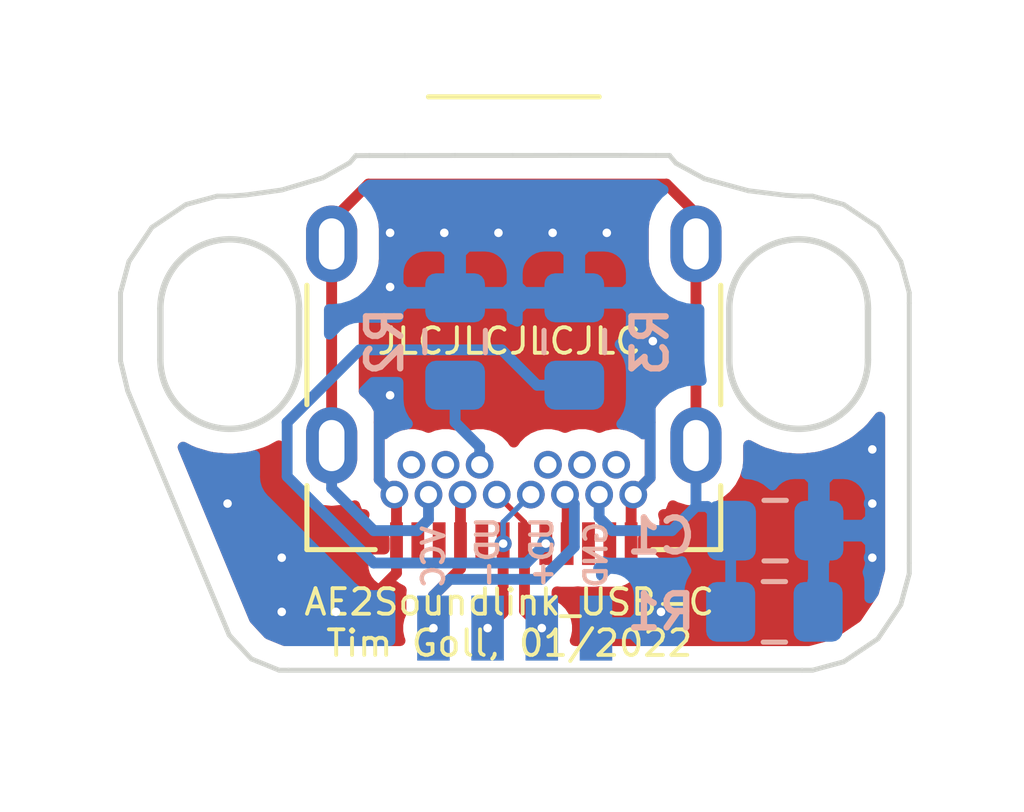
<source format=kicad_pcb>
(kicad_pcb (version 20171130) (host pcbnew "(5.1.6)-1")

  (general
    (thickness 1.6)
    (drawings 72)
    (tracks 95)
    (zones 0)
    (modules 6)
    (nets 10)
  )

  (page A4)
  (layers
    (0 F.Cu signal)
    (31 B.Cu signal)
    (32 B.Adhes user)
    (33 F.Adhes user)
    (34 B.Paste user)
    (35 F.Paste user)
    (36 B.SilkS user)
    (37 F.SilkS user)
    (38 B.Mask user)
    (39 F.Mask user)
    (40 Dwgs.User user)
    (41 Cmts.User user)
    (42 Eco1.User user)
    (43 Eco2.User user)
    (44 Edge.Cuts user)
    (45 Margin user)
    (46 B.CrtYd user)
    (47 F.CrtYd user)
    (48 B.Fab user)
    (49 F.Fab user)
  )

  (setup
    (last_trace_width 0.127)
    (user_trace_width 0.254)
    (user_trace_width 0.508)
    (user_trace_width 0.635)
    (user_trace_width 1.27)
    (trace_clearance 0.127)
    (zone_clearance 0.508)
    (zone_45_only no)
    (trace_min 0.127)
    (via_size 0.4)
    (via_drill 0.2)
    (via_min_size 0.4)
    (via_min_drill 0.2)
    (user_via 0.8 0.4)
    (uvia_size 0.3)
    (uvia_drill 0.1)
    (uvias_allowed no)
    (uvia_min_size 0.2)
    (uvia_min_drill 0.1)
    (edge_width 0.05)
    (segment_width 0.2)
    (pcb_text_width 0.3)
    (pcb_text_size 1.5 1.5)
    (mod_edge_width 0.12)
    (mod_text_size 1 1)
    (mod_text_width 0.15)
    (pad_size 1.524 1.524)
    (pad_drill 0.762)
    (pad_to_mask_clearance 0.05)
    (aux_axis_origin 0 0)
    (visible_elements 7FFFFFFF)
    (pcbplotparams
      (layerselection 0x010fc_ffffffff)
      (usegerberextensions true)
      (usegerberattributes true)
      (usegerberadvancedattributes true)
      (creategerberjobfile false)
      (excludeedgelayer true)
      (linewidth 0.100000)
      (plotframeref false)
      (viasonmask false)
      (mode 1)
      (useauxorigin false)
      (hpglpennumber 1)
      (hpglpenspeed 20)
      (hpglpendiameter 15.000000)
      (psnegative false)
      (psa4output false)
      (plotreference true)
      (plotvalue true)
      (plotinvisibletext false)
      (padsonsilk false)
      (subtractmaskfromsilk true)
      (outputformat 1)
      (mirror false)
      (drillshape 0)
      (scaleselection 1)
      (outputdirectory "gerber/"))
  )

  (net 0 "")
  (net 1 GND)
  (net 2 "Net-(C1-Pad2)")
  (net 3 +5V)
  (net 4 "Net-(J1-PadA5)")
  (net 5 UD+)
  (net 6 UD-)
  (net 7 "Net-(J1-PadA8)")
  (net 8 "Net-(J1-PadB5)")
  (net 9 "Net-(J1-PadB8)")

  (net_class Default "This is the default net class."
    (clearance 0.127)
    (trace_width 0.127)
    (via_dia 0.4)
    (via_drill 0.2)
    (uvia_dia 0.3)
    (uvia_drill 0.1)
    (add_net +5V)
    (add_net GND)
    (add_net "Net-(C1-Pad2)")
    (add_net "Net-(J1-PadA5)")
    (add_net "Net-(J1-PadA8)")
    (add_net "Net-(J1-PadB5)")
    (add_net "Net-(J1-PadB8)")
    (add_net UD+)
    (add_net UD-)
  )

  (module usb_c_receptacle:USB_C_Receptacle_Würth (layer F.Cu) (tedit 61D42A8B) (tstamp 61D4A442)
    (at 161.65 90.06 180)
    (descr "USB TYPE C, RA RCPT PCB, Hybrid, https://www.amphenolcanada.com/StockAvailabilityPrice.aspx?From=&PartNum=12401548E4%7e2A")
    (tags "USB C Type-C Receptacle Hybrid")
    (path /61757BDC)
    (attr smd)
    (fp_text reference J1 (at 0 -6.36) (layer F.SilkS) hide
      (effects (font (size 1 1) (thickness 0.15)))
    )
    (fp_text value "UFP Receptacle (USB2.0)" (at 0 6.14) (layer F.Fab)
      (effects (font (size 1 1) (thickness 0.15)))
    )
    (fp_line (start -5.39 5.73) (end -5.39 -5.87) (layer F.CrtYd) (width 0.05))
    (fp_line (start 5.39 5.73) (end -5.39 5.73) (layer F.CrtYd) (width 0.05))
    (fp_line (start 5.39 -5.87) (end 5.39 5.73) (layer F.CrtYd) (width 0.05))
    (fp_line (start -5.39 -5.87) (end 5.39 -5.87) (layer F.CrtYd) (width 0.05))
    (fp_line (start 4.6 5.23) (end 4.6 -5.22) (layer F.Fab) (width 0.1))
    (fp_line (start -4.6 5.23) (end 4.6 5.23) (layer F.Fab) (width 0.1))
    (fp_line (start 3.25 -5) (end 4.85 -5) (layer F.SilkS) (width 0.12))
    (fp_line (start 4.85 -5) (end 4.85 -3.5) (layer F.SilkS) (width 0.12))
    (fp_line (start -4.85 -5) (end -4.85 -3.5) (layer F.SilkS) (width 0.12))
    (fp_line (start -4.85 -5) (end -3.25 -5) (layer F.SilkS) (width 0.12))
    (fp_line (start -4.6 -5.22) (end 4.6 -5.22) (layer F.Fab) (width 0.1))
    (fp_line (start -4.6 5.23) (end -4.6 -5.22) (layer F.Fab) (width 0.1))
    (fp_line (start -4.85 -1.6) (end -4.85 1.2) (layer F.SilkS) (width 0.12))
    (fp_line (start 4.85 -1.6) (end 4.85 1.2) (layer F.SilkS) (width 0.12))
    (fp_line (start -2 5.62) (end 2 5.62) (layer F.SilkS) (width 0.12))
    (fp_text user %R (at 0 0) (layer F.Fab)
      (effects (font (size 1 1) (thickness 0.1)))
    )
    (pad S1 thru_hole oval (at -4.27 -2.56 180) (size 1.2 1.8) (drill oval 0.6 1.2) (layers *.Cu *.Mask)
      (net 2 "Net-(C1-Pad2)"))
    (pad A1 smd rect (at -2.75 -4.86 180) (size 0.3 1) (layers F.Cu F.Paste F.Mask)
      (net 1 GND))
    (pad A2 smd rect (at -2.25 -4.86 180) (size 0.3 1) (layers F.Cu F.Paste F.Mask))
    (pad A3 smd rect (at -1.75 -4.86 180) (size 0.3 1) (layers F.Cu F.Paste F.Mask))
    (pad A4 smd rect (at -1.25 -4.86 180) (size 0.3 1) (layers F.Cu F.Paste F.Mask)
      (net 3 +5V))
    (pad A5 smd rect (at -0.75 -4.86 180) (size 0.3 1) (layers F.Cu F.Paste F.Mask)
      (net 4 "Net-(J1-PadA5)"))
    (pad A6 smd rect (at -0.25 -4.86 180) (size 0.3 1) (layers F.Cu F.Paste F.Mask)
      (net 5 UD+))
    (pad A7 smd rect (at 0.25 -4.86 180) (size 0.3 1) (layers F.Cu F.Paste F.Mask)
      (net 6 UD-))
    (pad A12 smd rect (at 2.75 -4.86 180) (size 0.3 1) (layers F.Cu F.Paste F.Mask)
      (net 1 GND))
    (pad A10 smd rect (at 1.75 -4.86 180) (size 0.3 1) (layers F.Cu F.Paste F.Mask))
    (pad A9 smd rect (at 1.25 -4.86 180) (size 0.3 1) (layers F.Cu F.Paste F.Mask)
      (net 3 +5V))
    (pad A8 smd rect (at 0.75 -4.86 180) (size 0.3 1) (layers F.Cu F.Paste F.Mask)
      (net 7 "Net-(J1-PadA8)"))
    (pad A11 smd rect (at 2.25 -4.86 180) (size 0.3 1) (layers F.Cu F.Paste F.Mask))
    (pad S1 thru_hole oval (at 4.27 -2.56 180) (size 1.2 1.8) (drill oval 0.6 1.2) (layers *.Cu *.Mask)
      (net 2 "Net-(C1-Pad2)"))
    (pad S1 thru_hole oval (at 4.27 2.17 180) (size 1.2 1.8) (drill oval 0.6 1.2) (layers *.Cu *.Mask)
      (net 2 "Net-(C1-Pad2)"))
    (pad S1 thru_hole oval (at -4.27 2.17 180) (size 1.2 1.8) (drill oval 0.6 1.2) (layers *.Cu *.Mask)
      (net 2 "Net-(C1-Pad2)"))
    (pad B1 thru_hole circle (at 2.8 -3.71 180) (size 0.65 0.65) (drill 0.4) (layers *.Cu *.Mask)
      (net 1 GND))
    (pad B4 thru_hole circle (at 1.2 -3.71 180) (size 0.65 0.65) (drill 0.4) (layers *.Cu *.Mask)
      (net 3 +5V))
    (pad B6 thru_hole circle (at 0.4 -3.71 180) (size 0.65 0.65) (drill 0.4) (layers *.Cu *.Mask)
      (net 5 UD+))
    (pad B7 thru_hole circle (at -0.4 -3.71 180) (size 0.65 0.65) (drill 0.4) (layers *.Cu *.Mask)
      (net 6 UD-))
    (pad B9 thru_hole circle (at -1.2 -3.71 180) (size 0.65 0.65) (drill 0.4) (layers *.Cu *.Mask)
      (net 3 +5V))
    (pad B12 thru_hole circle (at -2.8 -3.71 180) (size 0.65 0.65) (drill 0.4) (layers *.Cu *.Mask)
      (net 1 GND))
    (pad B2 thru_hole circle (at 2.4 -3.01 180) (size 0.65 0.65) (drill 0.4) (layers *.Cu *.Mask))
    (pad B3 thru_hole circle (at 1.6 -3.01 180) (size 0.65 0.65) (drill 0.4) (layers *.Cu *.Mask))
    (pad B5 thru_hole circle (at 0.8 -3.01 180) (size 0.65 0.65) (drill 0.4) (layers *.Cu *.Mask)
      (net 8 "Net-(J1-PadB5)"))
    (pad B8 thru_hole circle (at -0.8 -3.01 180) (size 0.65 0.65) (drill 0.4) (layers *.Cu *.Mask)
      (net 9 "Net-(J1-PadB8)"))
    (pad B10 thru_hole circle (at -1.6 -3.01 180) (size 0.65 0.65) (drill 0.4) (layers *.Cu *.Mask))
    (pad B11 thru_hole circle (at -2.4 -3.01 180) (size 0.65 0.65) (drill 0.4) (layers *.Cu *.Mask))
    (pad S1 thru_hole circle (at 2 -3.71 180) (size 0.65 0.65) (drill 0.4) (layers *.Cu *.Mask)
      (net 2 "Net-(C1-Pad2)"))
    (pad S1 thru_hole circle (at -2 -3.71 180) (size 0.65 0.65) (drill 0.4) (layers *.Cu *.Mask)
      (net 2 "Net-(C1-Pad2)"))
    (model ${KISYS3DMOD}/Connector_USB.3dshapes/USB_C_Receptacle_Amphenol_12401548E4-2A.wrl
      (at (xyz 0 0 0))
      (scale (xyz 1 1 1))
      (rotate (xyz 0 0 0))
    )
  )

  (module Resistor_SMD:R_0805_2012Metric_Pad1.15x1.40mm_HandSolder (layer B.Cu) (tedit 5B36C52B) (tstamp 61D485CA)
    (at 167.758 96.52 180)
    (descr "Resistor SMD 0805 (2012 Metric), square (rectangular) end terminal, IPC_7351 nominal with elongated pad for handsoldering. (Body size source: https://docs.google.com/spreadsheets/d/1BsfQQcO9C6DZCsRaXUlFlo91Tg2WpOkGARC1WS5S8t0/edit?usp=sharing), generated with kicad-footprint-generator")
    (tags "resistor handsolder")
    (path /617A2F14)
    (attr smd)
    (fp_text reference R1 (at 2.658 0) (layer B.SilkS)
      (effects (font (size 0.8 0.8) (thickness 0.15)) (justify mirror))
    )
    (fp_text value 1M (at 0 -1.65) (layer B.Fab)
      (effects (font (size 1 1) (thickness 0.15)) (justify mirror))
    )
    (fp_line (start -1 -0.6) (end -1 0.6) (layer B.Fab) (width 0.1))
    (fp_line (start -1 0.6) (end 1 0.6) (layer B.Fab) (width 0.1))
    (fp_line (start 1 0.6) (end 1 -0.6) (layer B.Fab) (width 0.1))
    (fp_line (start 1 -0.6) (end -1 -0.6) (layer B.Fab) (width 0.1))
    (fp_line (start -0.261252 0.71) (end 0.261252 0.71) (layer B.SilkS) (width 0.12))
    (fp_line (start -0.261252 -0.71) (end 0.261252 -0.71) (layer B.SilkS) (width 0.12))
    (fp_line (start -1.85 -0.95) (end -1.85 0.95) (layer B.CrtYd) (width 0.05))
    (fp_line (start -1.85 0.95) (end 1.85 0.95) (layer B.CrtYd) (width 0.05))
    (fp_line (start 1.85 0.95) (end 1.85 -0.95) (layer B.CrtYd) (width 0.05))
    (fp_line (start 1.85 -0.95) (end -1.85 -0.95) (layer B.CrtYd) (width 0.05))
    (fp_text user %R (at 0 0) (layer B.Fab)
      (effects (font (size 0.5 0.5) (thickness 0.08)) (justify mirror))
    )
    (pad 1 smd roundrect (at -1.025 0 180) (size 1.15 1.4) (layers B.Cu B.Paste B.Mask) (roundrect_rratio 0.217391)
      (net 1 GND))
    (pad 2 smd roundrect (at 1.025 0 180) (size 1.15 1.4) (layers B.Cu B.Paste B.Mask) (roundrect_rratio 0.217391)
      (net 2 "Net-(C1-Pad2)"))
    (model ${KISYS3DMOD}/Resistor_SMD.3dshapes/R_0805_2012Metric.wrl
      (at (xyz 0 0 0))
      (scale (xyz 1 1 1))
      (rotate (xyz 0 0 0))
    )
  )

  (module Capacitor_SMD:C_0805_2012Metric_Pad1.15x1.40mm_HandSolder (layer B.Cu) (tedit 5B36C52B) (tstamp 61D4856F)
    (at 167.776 94.615 180)
    (descr "Capacitor SMD 0805 (2012 Metric), square (rectangular) end terminal, IPC_7351 nominal with elongated pad for handsoldering. (Body size source: https://docs.google.com/spreadsheets/d/1BsfQQcO9C6DZCsRaXUlFlo91Tg2WpOkGARC1WS5S8t0/edit?usp=sharing), generated with kicad-footprint-generator")
    (tags "capacitor handsolder")
    (path /617A3AD9)
    (attr smd)
    (fp_text reference C1 (at 2.676 -0.127) (layer B.SilkS)
      (effects (font (size 0.8 0.8) (thickness 0.15)) (justify mirror))
    )
    (fp_text value 4n7 (at 0 -1.65) (layer B.Fab)
      (effects (font (size 1 1) (thickness 0.15)) (justify mirror))
    )
    (fp_line (start -1 -0.6) (end -1 0.6) (layer B.Fab) (width 0.1))
    (fp_line (start -1 0.6) (end 1 0.6) (layer B.Fab) (width 0.1))
    (fp_line (start 1 0.6) (end 1 -0.6) (layer B.Fab) (width 0.1))
    (fp_line (start 1 -0.6) (end -1 -0.6) (layer B.Fab) (width 0.1))
    (fp_line (start -0.261252 0.71) (end 0.261252 0.71) (layer B.SilkS) (width 0.12))
    (fp_line (start -0.261252 -0.71) (end 0.261252 -0.71) (layer B.SilkS) (width 0.12))
    (fp_line (start -1.85 -0.95) (end -1.85 0.95) (layer B.CrtYd) (width 0.05))
    (fp_line (start -1.85 0.95) (end 1.85 0.95) (layer B.CrtYd) (width 0.05))
    (fp_line (start 1.85 0.95) (end 1.85 -0.95) (layer B.CrtYd) (width 0.05))
    (fp_line (start 1.85 -0.95) (end -1.85 -0.95) (layer B.CrtYd) (width 0.05))
    (fp_text user %R (at 0 0) (layer B.Fab)
      (effects (font (size 0.5 0.5) (thickness 0.08)) (justify mirror))
    )
    (pad 1 smd roundrect (at -1.025 0 180) (size 1.15 1.4) (layers B.Cu B.Paste B.Mask) (roundrect_rratio 0.217391)
      (net 1 GND))
    (pad 2 smd roundrect (at 1.025 0 180) (size 1.15 1.4) (layers B.Cu B.Paste B.Mask) (roundrect_rratio 0.217391)
      (net 2 "Net-(C1-Pad2)"))
    (model ${KISYS3DMOD}/Capacitor_SMD.3dshapes/C_0805_2012Metric.wrl
      (at (xyz 0 0 0))
      (scale (xyz 1 1 1))
      (rotate (xyz 0 0 0))
    )
  )

  (module Resistor_SMD:R_0805_2012Metric_Pad1.15x1.40mm_HandSolder (layer B.Cu) (tedit 5B36C52B) (tstamp 61D485DB)
    (at 160.274 90.179 270)
    (descr "Resistor SMD 0805 (2012 Metric), square (rectangular) end terminal, IPC_7351 nominal with elongated pad for handsoldering. (Body size source: https://docs.google.com/spreadsheets/d/1BsfQQcO9C6DZCsRaXUlFlo91Tg2WpOkGARC1WS5S8t0/edit?usp=sharing), generated with kicad-footprint-generator")
    (tags "resistor handsolder")
    (path /617AB521)
    (attr smd)
    (fp_text reference R2 (at 0 1.65 270) (layer B.SilkS)
      (effects (font (size 0.8 0.8) (thickness 0.15)) (justify mirror))
    )
    (fp_text value 5k1 (at 0 -1.65 270) (layer B.Fab)
      (effects (font (size 1 1) (thickness 0.15)) (justify mirror))
    )
    (fp_line (start 1.85 -0.95) (end -1.85 -0.95) (layer B.CrtYd) (width 0.05))
    (fp_line (start 1.85 0.95) (end 1.85 -0.95) (layer B.CrtYd) (width 0.05))
    (fp_line (start -1.85 0.95) (end 1.85 0.95) (layer B.CrtYd) (width 0.05))
    (fp_line (start -1.85 -0.95) (end -1.85 0.95) (layer B.CrtYd) (width 0.05))
    (fp_line (start -0.261252 -0.71) (end 0.261252 -0.71) (layer B.SilkS) (width 0.12))
    (fp_line (start -0.261252 0.71) (end 0.261252 0.71) (layer B.SilkS) (width 0.12))
    (fp_line (start 1 -0.6) (end -1 -0.6) (layer B.Fab) (width 0.1))
    (fp_line (start 1 0.6) (end 1 -0.6) (layer B.Fab) (width 0.1))
    (fp_line (start -1 0.6) (end 1 0.6) (layer B.Fab) (width 0.1))
    (fp_line (start -1 -0.6) (end -1 0.6) (layer B.Fab) (width 0.1))
    (fp_text user %R (at 0 0 270) (layer B.Fab)
      (effects (font (size 0.5 0.5) (thickness 0.08)) (justify mirror))
    )
    (pad 2 smd roundrect (at 1.025 0 270) (size 1.15 1.4) (layers B.Cu B.Paste B.Mask) (roundrect_rratio 0.217391)
      (net 8 "Net-(J1-PadB5)"))
    (pad 1 smd roundrect (at -1.025 0 270) (size 1.15 1.4) (layers B.Cu B.Paste B.Mask) (roundrect_rratio 0.217391)
      (net 1 GND))
    (model ${KISYS3DMOD}/Resistor_SMD.3dshapes/R_0805_2012Metric.wrl
      (at (xyz 0 0 0))
      (scale (xyz 1 1 1))
      (rotate (xyz 0 0 0))
    )
  )

  (module Resistor_SMD:R_0805_2012Metric_Pad1.15x1.40mm_HandSolder (layer B.Cu) (tedit 5B36C52B) (tstamp 61D485EC)
    (at 163.068 90.179 270)
    (descr "Resistor SMD 0805 (2012 Metric), square (rectangular) end terminal, IPC_7351 nominal with elongated pad for handsoldering. (Body size source: https://docs.google.com/spreadsheets/d/1BsfQQcO9C6DZCsRaXUlFlo91Tg2WpOkGARC1WS5S8t0/edit?usp=sharing), generated with kicad-footprint-generator")
    (tags "resistor handsolder")
    (path /617ABE43)
    (attr smd)
    (fp_text reference R3 (at 0 -1.778 90) (layer B.SilkS)
      (effects (font (size 0.8 0.8) (thickness 0.15)) (justify mirror))
    )
    (fp_text value 5k1 (at 0 -1.65 90) (layer B.Fab)
      (effects (font (size 1 1) (thickness 0.15)) (justify mirror))
    )
    (fp_line (start -1 -0.6) (end -1 0.6) (layer B.Fab) (width 0.1))
    (fp_line (start -1 0.6) (end 1 0.6) (layer B.Fab) (width 0.1))
    (fp_line (start 1 0.6) (end 1 -0.6) (layer B.Fab) (width 0.1))
    (fp_line (start 1 -0.6) (end -1 -0.6) (layer B.Fab) (width 0.1))
    (fp_line (start -0.261252 0.71) (end 0.261252 0.71) (layer B.SilkS) (width 0.12))
    (fp_line (start -0.261252 -0.71) (end 0.261252 -0.71) (layer B.SilkS) (width 0.12))
    (fp_line (start -1.85 -0.95) (end -1.85 0.95) (layer B.CrtYd) (width 0.05))
    (fp_line (start -1.85 0.95) (end 1.85 0.95) (layer B.CrtYd) (width 0.05))
    (fp_line (start 1.85 0.95) (end 1.85 -0.95) (layer B.CrtYd) (width 0.05))
    (fp_line (start 1.85 -0.95) (end -1.85 -0.95) (layer B.CrtYd) (width 0.05))
    (fp_text user %R (at 0 0 90) (layer B.Fab)
      (effects (font (size 0.5 0.5) (thickness 0.08)) (justify mirror))
    )
    (pad 1 smd roundrect (at -1.025 0 270) (size 1.15 1.4) (layers B.Cu B.Paste B.Mask) (roundrect_rratio 0.217391)
      (net 1 GND))
    (pad 2 smd roundrect (at 1.025 0 270) (size 1.15 1.4) (layers B.Cu B.Paste B.Mask) (roundrect_rratio 0.217391)
      (net 4 "Net-(J1-PadA5)"))
    (model ${KISYS3DMOD}/Resistor_SMD.3dshapes/R_0805_2012Metric.wrl
      (at (xyz 0 0 0))
      (scale (xyz 1 1 1))
      (rotate (xyz 0 0 0))
    )
  )

  (module pads:pads_01x04 (layer B.Cu) (tedit 61D46521) (tstamp 61D4913C)
    (at 161.671 96.901 180)
    (path /61D4B995)
    (fp_text reference J2 (at 0 1.778) (layer B.SilkS) hide
      (effects (font (size 1 1) (thickness 0.15)) (justify mirror))
    )
    (fp_text value usb (at 0 -1.778) (layer B.Fab)
      (effects (font (size 1 1) (thickness 0.15)) (justify mirror))
    )
    (pad 1 smd rect (at -1.905 0 180) (size 0.762 1.524) (layers B.Cu B.Paste B.Mask)
      (net 1 GND))
    (pad 2 smd rect (at -0.635 0 180) (size 0.762 1.524) (layers B.Cu B.Paste B.Mask)
      (net 5 UD+))
    (pad 3 smd rect (at 0.635 0 180) (size 0.762 1.524) (layers B.Cu B.Paste B.Mask)
      (net 6 UD-))
    (pad 4 smd rect (at 1.905 0 180) (size 0.762 1.524) (layers B.Cu B.Paste B.Mask)
      (net 3 +5V))
  )

  (gr_arc (start 154.9908 90.6018) (end 156.6164 90.6018) (angle 180) (layer Edge.Cuts) (width 0.15) (tstamp 61D4B059))
  (gr_arc (start 154.9908 89.408) (end 156.6164 89.408) (angle -180) (layer Edge.Cuts) (width 0.15) (tstamp 61D4B058))
  (gr_line (start 153.3652 89.408) (end 153.3652 90.6018) (layer Edge.Cuts) (width 0.15) (tstamp 61D4B057))
  (gr_line (start 156.6164 89.408) (end 156.6164 90.6018) (layer Edge.Cuts) (width 0.15) (tstamp 61D4B056))
  (gr_line (start 166.7002 89.408) (end 166.7002 90.6018) (layer Edge.Cuts) (width 0.15) (tstamp 61D4B048))
  (gr_line (start 169.9514 89.408) (end 169.9514 90.6018) (layer Edge.Cuts) (width 0.15) (tstamp 61D4B045))
  (gr_arc (start 168.3258 89.408) (end 169.9514 89.408) (angle -180) (layer Edge.Cuts) (width 0.15) (tstamp 61D4AFEB))
  (gr_arc (start 168.3258 90.6018) (end 169.9514 90.6018) (angle 180) (layer Edge.Cuts) (width 0.15) (tstamp 61D4AFEB))
  (gr_text JLCJLCJLCJLC (at 161.544 90.17) (layer F.SilkS) (tstamp 61D4ADF9)
    (effects (font (size 0.6 0.6) (thickness 0.09)))
  )
  (gr_text "AE2Soundlink_USB-C\nTim Goll, 01/2022" (at 161.544 96.774) (layer F.SilkS)
    (effects (font (size 0.6 0.6) (thickness 0.09)))
  )
  (gr_text GND (at 163.576 96.012 90) (layer B.SilkS) (tstamp 61D4A816)
    (effects (font (size 0.5 0.5) (thickness 0.1)) (justify right mirror))
  )
  (gr_text UD+ (at 162.306 96.012 90) (layer B.SilkS) (tstamp 61D4A816)
    (effects (font (size 0.5 0.5) (thickness 0.1)) (justify right mirror))
  )
  (gr_text UD- (at 161.036 96.012 90) (layer B.SilkS) (tstamp 61D4A816)
    (effects (font (size 0.5 0.5) (thickness 0.1)) (justify right mirror))
  )
  (gr_text VCC (at 159.766 96.012 90) (layer B.SilkS)
    (effects (font (size 0.5 0.5) (thickness 0.1)) (justify right mirror))
  )
  (gr_line (start 152.748063 91.694634) (end 152.631853 91.414236) (layer Edge.Cuts) (width 0.1156))
  (gr_line (start 153.100385 92.543138) (end 152.748063 91.694634) (layer Edge.Cuts) (width 0.1156))
  (gr_line (start 152.631853 91.414236) (end 152.631853 91.414236) (layer Edge.Cuts) (width 0.1156))
  (gr_line (start 153.716489 94.028054) (end 153.100385 92.543138) (layer Edge.Cuts) (width 0.1156))
  (gr_line (start 154.362104 95.583078) (end 153.716489 94.028054) (layer Edge.Cuts) (width 0.1156))
  (gr_line (start 152.628164 88.302386) (end 153.164947 87.503658) (layer Edge.Cuts) (width 0.1156))
  (gr_line (start 152.43079 89.034644) (end 152.628164 88.302386) (layer Edge.Cuts) (width 0.1156))
  (gr_line (start 152.631853 91.414236) (end 152.59865 91.333044) (layer Edge.Cuts) (width 0.1156))
  (gr_line (start 152.43079 89.280022) (end 152.43079 89.034644) (layer Edge.Cuts) (width 0.1156))
  (gr_line (start 152.59865 91.333044) (end 152.43079 90.63397) (layer Edge.Cuts) (width 0.1156))
  (gr_line (start 152.43079 90.401546) (end 152.43079 89.280022) (layer Edge.Cuts) (width 0.1156))
  (gr_line (start 152.43079 90.63397) (end 152.43079 90.401546) (layer Edge.Cuts) (width 0.1156))
  (gr_line (start 156.367214 97.88885) (end 156.149546 97.88885) (layer Edge.Cuts) (width 0.1156))
  (gr_line (start 170.183386 97.152848) (end 169.384692 97.68963) (layer Edge.Cuts) (width 0.1156))
  (gr_line (start 170.919418 89.280022) (end 170.919418 95.378324) (layer Edge.Cuts) (width 0.1156))
  (gr_line (start 170.919418 89.034644) (end 170.919418 89.280022) (layer Edge.Cuts) (width 0.1156))
  (gr_line (start 170.720178 96.354127) (end 170.183386 97.152848) (layer Edge.Cuts) (width 0.1156))
  (gr_line (start 168.408892 97.88885) (end 156.367214 97.88885) (layer Edge.Cuts) (width 0.1156))
  (gr_line (start 169.384692 86.966832) (end 170.183386 87.503658) (layer Edge.Cuts) (width 0.1156))
  (gr_line (start 168.408892 86.769496) (end 168.408892 86.769496) (layer Edge.Cuts) (width 0.1156))
  (gr_line (start 168.03258 86.751034) (end 168.408892 86.769496) (layer Edge.Cuts) (width 0.1156))
  (gr_line (start 167.147152 86.6422) (end 168.03258 86.751034) (layer Edge.Cuts) (width 0.1156))
  (gr_line (start 156.149546 97.88885) (end 155.496545 97.623225) (layer Edge.Cuts) (width 0.1156))
  (gr_line (start 154.778989 96.584705) (end 154.362104 95.583078) (layer Edge.Cuts) (width 0.1156))
  (gr_line (start 155.496545 97.623225) (end 154.980051 97.066148) (layer Edge.Cuts) (width 0.1156))
  (gr_line (start 169.384692 97.68963) (end 168.652366 97.88885) (layer Edge.Cuts) (width 0.1156))
  (gr_line (start 170.183386 87.503658) (end 170.720178 88.302386) (layer Edge.Cuts) (width 0.1156))
  (gr_line (start 154.919181 96.920424) (end 154.778989 96.584705) (layer Edge.Cuts) (width 0.1156))
  (gr_line (start 168.652366 86.769496) (end 169.384692 86.966832) (layer Edge.Cuts) (width 0.1156))
  (gr_line (start 154.980051 97.066148) (end 154.919181 96.920424) (layer Edge.Cuts) (width 0.1156))
  (gr_line (start 170.919418 95.621815) (end 170.720178 96.354127) (layer Edge.Cuts) (width 0.1156))
  (gr_line (start 168.652366 97.88885) (end 168.408892 97.88885) (layer Edge.Cuts) (width 0.1156))
  (gr_line (start 170.720178 88.302386) (end 170.919418 89.034644) (layer Edge.Cuts) (width 0.1156))
  (gr_line (start 168.408892 86.769496) (end 168.652366 86.769496) (layer Edge.Cuts) (width 0.1156))
  (gr_line (start 170.919418 95.378324) (end 170.919418 95.621815) (layer Edge.Cuts) (width 0.1156))
  (gr_line (start 165.45198 85.998444) (end 166.116 86.36) (layer Edge.Cuts) (width 0.1156))
  (gr_line (start 156.20857 86.625608) (end 157.173286 86.339702) (layer Edge.Cuts) (width 0.1156))
  (gr_line (start 165.30255 85.819536) (end 165.45198 85.998444) (layer Edge.Cuts) (width 0.1156))
  (gr_line (start 157.94801 85.819536) (end 158.263462 85.817632) (layer Edge.Cuts) (width 0.1156))
  (gr_line (start 165.300714 85.815796) (end 165.30255 85.819536) (layer Edge.Cuts) (width 0.1156))
  (gr_line (start 164.983426 85.815796) (end 165.300714 85.815796) (layer Edge.Cuts) (width 0.1156))
  (gr_line (start 153.164947 87.503658) (end 153.963669 86.966832) (layer Edge.Cuts) (width 0.1156))
  (gr_line (start 164.149678 85.81396) (end 164.983426 85.815796) (layer Edge.Cuts) (width 0.1156))
  (gr_line (start 162.972802 85.81396) (end 164.149678 85.81396) (layer Edge.Cuts) (width 0.1156))
  (gr_line (start 161.622526 85.815796) (end 162.972802 85.81396) (layer Edge.Cuts) (width 0.1156))
  (gr_line (start 160.27225 85.815796) (end 161.622526 85.815796) (layer Edge.Cuts) (width 0.1156))
  (gr_line (start 154.695981 86.769496) (end 154.941315 86.769496) (layer Edge.Cuts) (width 0.1156))
  (gr_line (start 159.095374 85.817632) (end 160.27225 85.815796) (layer Edge.Cuts) (width 0.1156))
  (gr_line (start 157.173286 86.339702) (end 157.80045 85.989196) (layer Edge.Cuts) (width 0.1156))
  (gr_line (start 157.80045 85.989196) (end 157.94801 85.819536) (layer Edge.Cuts) (width 0.1156))
  (gr_line (start 155.361891 86.74369) (end 156.20857 86.625608) (layer Edge.Cuts) (width 0.1156))
  (gr_line (start 154.978208 86.76766) (end 155.361891 86.74369) (layer Edge.Cuts) (width 0.1156))
  (gr_line (start 154.94685 86.769496) (end 154.978208 86.76766) (layer Edge.Cuts) (width 0.1156))
  (gr_line (start 158.263462 85.817632) (end 159.095374 85.817632) (layer Edge.Cuts) (width 0.1156))
  (gr_line (start 153.963669 86.966832) (end 154.695981 86.769496) (layer Edge.Cuts) (width 0.1156))
  (gr_line (start 157.94801 85.819536) (end 157.94801 85.819536) (layer Edge.Cuts) (width 0.1156))
  (gr_line (start 154.941315 86.769496) (end 154.94685 86.769496) (layer Edge.Cuts) (width 0.1156))
  (gr_line (start 166.116 86.36) (end 167.147152 86.6422) (layer Edge.Cuts) (width 0.1156))

  (segment (start 164.4 93.82) (end 164.45 93.77) (width 0.254) (layer F.Cu) (net 1))
  (segment (start 164.4 94.92) (end 164.4 93.82) (width 0.254) (layer F.Cu) (net 1))
  (segment (start 158.9 93.82) (end 158.85 93.77) (width 0.254) (layer F.Cu) (net 1))
  (segment (start 158.9 94.92) (end 158.9 93.82) (width 0.254) (layer F.Cu) (net 1))
  (segment (start 158.9 94.92) (end 158.9 95.608) (width 0.254) (layer F.Cu) (net 1))
  (segment (start 158.9 95.608) (end 157.988 96.52) (width 0.254) (layer F.Cu) (net 1))
  (via (at 163.83 87.63) (size 0.4) (drill 0.2) (layers F.Cu B.Cu) (net 1))
  (via (at 162.56 87.63) (size 0.4) (drill 0.2) (layers F.Cu B.Cu) (net 1))
  (via (at 161.29 87.63) (size 0.4) (drill 0.2) (layers F.Cu B.Cu) (net 1))
  (via (at 160.02 87.63) (size 0.4) (drill 0.2) (layers F.Cu B.Cu) (net 1))
  (via (at 158.75 87.63) (size 0.4) (drill 0.2) (layers F.Cu B.Cu) (net 1))
  (via (at 158.75 88.9) (size 0.4) (drill 0.2) (layers F.Cu B.Cu) (net 1))
  (via (at 158.75 91.44) (size 0.4) (drill 0.2) (layers F.Cu B.Cu) (net 1))
  (via (at 164.9095 90.17) (size 0.4) (drill 0.2) (layers F.Cu B.Cu) (net 1))
  (via (at 170.053 92.71) (size 0.4) (drill 0.2) (layers F.Cu B.Cu) (net 1))
  (via (at 170.053 93.98) (size 0.4) (drill 0.2) (layers F.Cu B.Cu) (net 1))
  (via (at 170.053 95.25) (size 0.4) (drill 0.2) (layers F.Cu B.Cu) (net 1))
  (via (at 154.94 93.98) (size 0.4) (drill 0.2) (layers F.Cu B.Cu) (net 1))
  (via (at 156.21 95.25) (size 0.4) (drill 0.2) (layers F.Cu B.Cu) (net 1))
  (via (at 157.48 96.52) (size 0.4) (drill 0.2) (layers F.Cu B.Cu) (net 1))
  (via (at 156.21 96.52) (size 0.4) (drill 0.2) (layers F.Cu B.Cu) (net 1))
  (segment (start 164.45 93.77) (end 164.846 93.374) (width 0.254) (layer F.Cu) (net 1))
  (segment (start 164.846 93.374) (end 164.846 92.075) (width 0.254) (layer F.Cu) (net 1))
  (segment (start 158.85 93.77) (end 158.496 93.416) (width 0.254) (layer F.Cu) (net 1))
  (segment (start 158.496 93.416) (end 158.496 92.075) (width 0.254) (layer F.Cu) (net 1))
  (segment (start 164.45 93.77) (end 164.846 93.374) (width 0.254) (layer B.Cu) (net 1))
  (segment (start 164.846 93.374) (end 164.846 92.075) (width 0.254) (layer B.Cu) (net 1))
  (via (at 165.1 96.52) (size 0.4) (drill 0.2) (layers F.Cu B.Cu) (net 1))
  (segment (start 164.4 94.92) (end 164.4 95.566) (width 0.254) (layer F.Cu) (net 1))
  (segment (start 164.4 95.566) (end 165.1 96.266) (width 0.254) (layer F.Cu) (net 1))
  (segment (start 165.1 96.266) (end 165.1 96.52) (width 0.254) (layer F.Cu) (net 1))
  (segment (start 164.846 92.075) (end 164.846 91.059) (width 0.254) (layer B.Cu) (net 1))
  (segment (start 158.85 93.77) (end 158.496 93.416) (width 0.254) (layer B.Cu) (net 1))
  (segment (start 158.496 93.416) (end 158.496 91.567) (width 0.254) (layer B.Cu) (net 1))
  (segment (start 158.496 92.075) (end 158.496 91.567) (width 0.254) (layer F.Cu) (net 1))
  (segment (start 164.846 92.075) (end 164.846 91.44) (width 0.254) (layer F.Cu) (net 1))
  (segment (start 165.92 94.049) (end 165.92 92.62) (width 0.254) (layer B.Cu) (net 2))
  (segment (start 163.957 94.615) (end 165.354 94.615) (width 0.254) (layer B.Cu) (net 2))
  (segment (start 163.65 94.308) (end 163.957 94.615) (width 0.254) (layer B.Cu) (net 2))
  (segment (start 165.354 94.615) (end 165.92 94.049) (width 0.254) (layer B.Cu) (net 2))
  (segment (start 163.65 93.77) (end 163.65 94.308) (width 0.254) (layer B.Cu) (net 2))
  (segment (start 166.733 94.633) (end 166.751 94.615) (width 0.254) (layer B.Cu) (net 2))
  (segment (start 166.733 96.52) (end 166.733 94.633) (width 0.254) (layer B.Cu) (net 2))
  (segment (start 166.185 94.049) (end 166.751 94.615) (width 0.254) (layer B.Cu) (net 2))
  (segment (start 165.92 94.049) (end 166.185 94.049) (width 0.254) (layer B.Cu) (net 2))
  (segment (start 157.38 87.89) (end 157.38 92.62) (width 0.254) (layer F.Cu) (net 2))
  (segment (start 165.92 87.89) (end 165.92 92.62) (width 0.254) (layer F.Cu) (net 2))
  (segment (start 157.38 87.89) (end 157.38 87.349) (width 0.254) (layer F.Cu) (net 2))
  (segment (start 157.38 87.349) (end 158.242 86.487) (width 0.254) (layer F.Cu) (net 2))
  (segment (start 158.242 86.487) (end 165.227 86.487) (width 0.254) (layer F.Cu) (net 2))
  (segment (start 165.92 87.18) (end 165.92 87.89) (width 0.254) (layer F.Cu) (net 2))
  (segment (start 165.227 86.487) (end 165.92 87.18) (width 0.254) (layer F.Cu) (net 2))
  (segment (start 157.38 93.626) (end 157.38 92.62) (width 0.254) (layer B.Cu) (net 2))
  (segment (start 158.369 94.615) (end 157.38 93.626) (width 0.254) (layer B.Cu) (net 2))
  (segment (start 159.385 94.615) (end 158.369 94.615) (width 0.254) (layer B.Cu) (net 2))
  (segment (start 159.65 93.77) (end 159.65 94.35) (width 0.254) (layer B.Cu) (net 2))
  (segment (start 159.65 94.35) (end 159.385 94.615) (width 0.254) (layer B.Cu) (net 2))
  (segment (start 162.9 93.82) (end 162.85 93.77) (width 0.254) (layer F.Cu) (net 3))
  (segment (start 162.9 94.92) (end 162.9 93.82) (width 0.254) (layer F.Cu) (net 3))
  (segment (start 160.4 93.82) (end 160.45 93.77) (width 0.254) (layer F.Cu) (net 3))
  (segment (start 160.4 94.92) (end 160.4 93.82) (width 0.254) (layer F.Cu) (net 3))
  (segment (start 160.4 94.92) (end 160.4 95.505) (width 0.254) (layer F.Cu) (net 3))
  (via (at 159.766 96.901) (size 0.4) (drill 0.2) (layers F.Cu B.Cu) (net 3))
  (segment (start 160.4 95.505) (end 159.766 96.139) (width 0.254) (layer F.Cu) (net 3))
  (segment (start 159.766 96.139) (end 159.766 96.901) (width 0.254) (layer F.Cu) (net 3))
  (segment (start 163.068 93.988) (end 162.85 93.77) (width 0.254) (layer B.Cu) (net 3))
  (segment (start 159.766 96.139) (end 160.147 95.758) (width 0.254) (layer B.Cu) (net 3))
  (segment (start 160.147 95.758) (end 162.306 95.758) (width 0.254) (layer B.Cu) (net 3))
  (segment (start 159.766 96.901) (end 159.766 96.139) (width 0.254) (layer B.Cu) (net 3))
  (segment (start 163.068 94.996) (end 163.068 93.988) (width 0.254) (layer B.Cu) (net 3))
  (segment (start 162.306 95.758) (end 163.068 94.996) (width 0.254) (layer B.Cu) (net 3))
  (via (at 162.4 94.92) (size 0.4) (drill 0.2) (layers F.Cu B.Cu) (net 4))
  (segment (start 161.36799 90.37499) (end 162.197 91.204) (width 0.254) (layer B.Cu) (net 4))
  (segment (start 162.197 91.204) (end 163.068 91.204) (width 0.254) (layer B.Cu) (net 4))
  (segment (start 158.03701 90.37499) (end 161.36799 90.37499) (width 0.254) (layer B.Cu) (net 4))
  (segment (start 161.945999 95.374001) (end 158.366001 95.374001) (width 0.254) (layer B.Cu) (net 4))
  (segment (start 158.366001 95.374001) (end 156.337 93.345) (width 0.254) (layer B.Cu) (net 4))
  (segment (start 156.337 93.345) (end 156.337 92.075) (width 0.254) (layer B.Cu) (net 4))
  (segment (start 162.4 94.92) (end 161.945999 95.374001) (width 0.254) (layer B.Cu) (net 4))
  (segment (start 156.337 92.075) (end 158.03701 90.37499) (width 0.254) (layer B.Cu) (net 4))
  (via (at 162.306 96.901) (size 0.4) (drill 0.2) (layers F.Cu B.Cu) (net 5))
  (segment (start 161.9 94.92) (end 161.9 96.495) (width 0.254) (layer F.Cu) (net 5))
  (segment (start 161.9 96.495) (end 162.306 96.901) (width 0.254) (layer F.Cu) (net 5))
  (segment (start 161.9 94.42) (end 161.9 94.92) (width 0.127) (layer F.Cu) (net 5))
  (segment (start 161.25 93.77) (end 161.9 94.42) (width 0.127) (layer F.Cu) (net 5))
  (via (at 161.036 96.901) (size 0.4) (drill 0.2) (layers F.Cu B.Cu) (net 6))
  (segment (start 161.4 94.92) (end 161.4 96.537) (width 0.254) (layer F.Cu) (net 6))
  (segment (start 161.4 96.537) (end 161.036 96.901) (width 0.254) (layer F.Cu) (net 6))
  (segment (start 162.05 93.77) (end 161.417 94.403) (width 0.127) (layer B.Cu) (net 6))
  (via (at 161.4 94.92) (size 0.4) (drill 0.2) (layers F.Cu B.Cu) (net 6))
  (segment (start 161.4 94.42) (end 161.417 94.403) (width 0.127) (layer B.Cu) (net 6))
  (segment (start 161.4 94.92) (end 161.4 94.42) (width 0.127) (layer B.Cu) (net 6))
  (segment (start 160.274 91.204) (end 160.274 92.075) (width 0.254) (layer B.Cu) (net 8))
  (segment (start 160.85 92.651) (end 160.85 93.07) (width 0.254) (layer B.Cu) (net 8))
  (segment (start 160.274 92.075) (end 160.85 92.651) (width 0.254) (layer B.Cu) (net 8))

  (zone (net 1) (net_name GND) (layer B.Cu) (tstamp 61D4AF66) (hatch edge 0.508)
    (connect_pads (clearance 0.508))
    (min_thickness 0.254)
    (fill yes (arc_segments 32) (thermal_gap 0.508) (thermal_bridge_width 0.508))
    (polygon
      (pts
        (xy 173.609 82.931) (xy 171.831 99.314) (xy 150.368 100.965) (xy 149.606 82.169)
      )
    )
    (filled_polygon
      (pts
        (xy 154.0529 92.738235) (xy 154.112546 92.762333) (xy 154.171887 92.787278) (xy 154.181377 92.790143) (xy 154.48573 92.879719)
        (xy 154.548934 92.891776) (xy 154.611978 92.904717) (xy 154.621842 92.905684) (xy 154.621844 92.905684) (xy 154.937801 92.934438)
        (xy 155.002116 92.933989) (xy 155.066497 92.934438) (xy 155.076362 92.933471) (xy 155.391886 92.900309) (xy 155.454917 92.887371)
        (xy 155.518135 92.875311) (xy 155.527619 92.872447) (xy 155.527623 92.872446) (xy 155.527626 92.872445) (xy 155.575 92.85778)
        (xy 155.575 93.307576) (xy 155.571314 93.345) (xy 155.575 93.382423) (xy 155.575 93.382425) (xy 155.586026 93.494377)
        (xy 155.629598 93.638014) (xy 155.643181 93.663426) (xy 155.700355 93.770392) (xy 155.719719 93.793987) (xy 155.795578 93.886422)
        (xy 155.824654 93.910284) (xy 157.800717 95.886347) (xy 157.824579 95.915423) (xy 157.889766 95.96892) (xy 157.940608 96.010646)
        (xy 157.960887 96.021485) (xy 158.072986 96.081403) (xy 158.216623 96.124975) (xy 158.328575 96.136001) (xy 158.328578 96.136001)
        (xy 158.366001 96.139687) (xy 158.403424 96.136001) (xy 158.747223 96.136001) (xy 158.746928 96.139) (xy 158.746928 97.19605)
        (xy 156.285061 97.19605) (xy 155.900031 97.039429) (xy 155.571842 96.685453) (xy 155.559339 96.655521) (xy 155.418696 96.318724)
        (xy 155.001902 95.317316) (xy 154.357211 93.764518) (xy 153.897743 92.657121)
      )
    )
    (filled_polygon
      (pts
        (xy 165.605528 95.404851) (xy 165.686395 95.556142) (xy 165.669595 95.576613) (xy 165.587528 95.730149) (xy 165.536992 95.896745)
        (xy 165.519928 96.069999) (xy 165.519928 96.970001) (xy 165.536992 97.143255) (xy 165.553007 97.19605) (xy 164.59206 97.19605)
        (xy 164.592 97.18675) (xy 164.43325 97.028) (xy 163.703 97.028) (xy 163.703 97.048) (xy 163.449 97.048)
        (xy 163.449 97.028) (xy 163.429 97.028) (xy 163.429 96.774) (xy 163.449 96.774) (xy 163.449 96.754)
        (xy 163.703 96.754) (xy 163.703 96.774) (xy 164.43325 96.774) (xy 164.592 96.61525) (xy 164.595072 96.139)
        (xy 164.582812 96.014518) (xy 164.546502 95.89482) (xy 164.487537 95.784506) (xy 164.408185 95.687815) (xy 164.311494 95.608463)
        (xy 164.20118 95.549498) (xy 164.081482 95.513188) (xy 163.957 95.500928) (xy 163.86175 95.504) (xy 163.703002 95.662748)
        (xy 163.703002 95.504) (xy 163.636851 95.504) (xy 163.668442 95.465506) (xy 163.704645 95.421393) (xy 163.744501 95.346826)
        (xy 163.807622 95.365974) (xy 163.919574 95.377) (xy 163.919577 95.377) (xy 163.957 95.380686) (xy 163.994423 95.377)
        (xy 165.316577 95.377) (xy 165.354 95.380686) (xy 165.391423 95.377) (xy 165.391426 95.377) (xy 165.503378 95.365974)
        (xy 165.586121 95.340874)
      )
    )
    (filled_polygon
      (pts
        (xy 170.226619 95.344281) (xy 170.226618 95.344291) (xy 170.226618 95.529256) (xy 170.081599 96.062276) (xy 169.993301 96.193659)
        (xy 169.996072 95.82) (xy 169.983812 95.695518) (xy 169.950799 95.586688) (xy 169.965502 95.55918) (xy 170.001812 95.439482)
        (xy 170.014072 95.315) (xy 170.011 94.90075) (xy 169.85225 94.742) (xy 168.928 94.742) (xy 168.928 95.32575)
        (xy 168.91 95.34375) (xy 168.91 96.393) (xy 168.93 96.393) (xy 168.93 96.647) (xy 168.91 96.647)
        (xy 168.91 96.667) (xy 168.656 96.667) (xy 168.656 96.647) (xy 168.636 96.647) (xy 168.636 96.393)
        (xy 168.656 96.393) (xy 168.656 95.80925) (xy 168.674 95.79125) (xy 168.674 94.742) (xy 168.654 94.742)
        (xy 168.654 94.488) (xy 168.674 94.488) (xy 168.674 93.43875) (xy 168.928 93.43875) (xy 168.928 94.488)
        (xy 169.85225 94.488) (xy 170.011 94.32925) (xy 170.014072 93.915) (xy 170.001812 93.790518) (xy 169.965502 93.67082)
        (xy 169.906537 93.560506) (xy 169.827185 93.463815) (xy 169.730494 93.384463) (xy 169.62018 93.325498) (xy 169.500482 93.289188)
        (xy 169.376 93.276928) (xy 169.08675 93.28) (xy 168.928 93.43875) (xy 168.674 93.43875) (xy 168.51525 93.28)
        (xy 168.226 93.276928) (xy 168.101518 93.289188) (xy 167.98182 93.325498) (xy 167.871506 93.384463) (xy 167.774815 93.463815)
        (xy 167.709342 93.543594) (xy 167.703962 93.537038) (xy 167.569387 93.426595) (xy 167.415851 93.344528) (xy 167.249255 93.293992)
        (xy 167.101535 93.279443) (xy 167.13713 93.162102) (xy 167.155 92.980665) (xy 167.155 92.616478) (xy 167.3879 92.738235)
        (xy 167.447546 92.762333) (xy 167.506887 92.787278) (xy 167.516377 92.790143) (xy 167.82073 92.879719) (xy 167.883934 92.891776)
        (xy 167.946978 92.904717) (xy 167.956842 92.905684) (xy 167.956844 92.905684) (xy 168.272801 92.934438) (xy 168.337116 92.933989)
        (xy 168.401497 92.934438) (xy 168.411362 92.933471) (xy 168.726886 92.900309) (xy 168.789917 92.887371) (xy 168.853135 92.875311)
        (xy 168.862619 92.872447) (xy 168.862623 92.872446) (xy 168.862626 92.872445) (xy 169.165699 92.778628) (xy 169.225 92.7537)
        (xy 169.284686 92.729585) (xy 169.293439 92.724931) (xy 169.572518 92.574033) (xy 169.625852 92.538059) (xy 169.679713 92.502813)
        (xy 169.687395 92.496547) (xy 169.931849 92.294318) (xy 169.977203 92.248646) (xy 170.023169 92.203633) (xy 170.029488 92.195994)
        (xy 170.226618 91.954289)
      )
    )
    (filled_polygon
      (pts
        (xy 164.948628 86.508521) (xy 164.949392 86.508596) (xy 164.982025 86.508596) (xy 165.006197 86.533145) (xy 165.010929 86.53636)
        (xy 165.01501 86.540371) (xy 165.067366 86.574704) (xy 165.090791 86.590619) (xy 165.095771 86.593331) (xy 165.12913 86.615206)
        (xy 165.150518 86.623849) (xy 165.042499 86.712498) (xy 164.888168 86.900551) (xy 164.773489 87.115099) (xy 164.70287 87.347898)
        (xy 164.685 87.529335) (xy 164.685 88.250664) (xy 164.70287 88.432101) (xy 164.773489 88.6649) (xy 164.888167 88.879448)
        (xy 165.042498 89.067502) (xy 165.230551 89.221833) (xy 165.445099 89.336511) (xy 165.677898 89.40713) (xy 165.92 89.430975)
        (xy 165.9902 89.424061) (xy 165.990201 90.636677) (xy 165.993746 90.672671) (xy 165.993746 90.693782) (xy 165.994783 90.70364)
        (xy 166.030148 91.018924) (xy 166.04352 91.081836) (xy 166.04541 91.091377) (xy 165.92 91.079025) (xy 165.677899 91.10287)
        (xy 165.4451 91.173489) (xy 165.230552 91.288167) (xy 165.042499 91.442498) (xy 164.888168 91.630551) (xy 164.773489 91.845099)
        (xy 164.70287 92.077898) (xy 164.685 92.259335) (xy 164.685 92.347355) (xy 164.661964 92.324319) (xy 164.504731 92.219259)
        (xy 164.330022 92.146892) (xy 164.178896 92.116831) (xy 164.256405 92.022387) (xy 164.338472 91.868851) (xy 164.389008 91.702255)
        (xy 164.406072 91.529001) (xy 164.406072 90.878999) (xy 164.389008 90.705745) (xy 164.338472 90.539149) (xy 164.256405 90.385613)
        (xy 164.145962 90.251038) (xy 164.139406 90.245658) (xy 164.219185 90.180185) (xy 164.298537 90.083494) (xy 164.357502 89.97318)
        (xy 164.393812 89.853482) (xy 164.406072 89.729) (xy 164.403 89.43975) (xy 164.24425 89.281) (xy 163.195 89.281)
        (xy 163.195 89.301) (xy 162.941 89.301) (xy 162.941 89.281) (xy 161.89175 89.281) (xy 161.733 89.43975)
        (xy 161.730187 89.704567) (xy 161.661005 89.667588) (xy 161.61126 89.652498) (xy 161.609 89.43975) (xy 161.45025 89.281)
        (xy 160.401 89.281) (xy 160.401 89.301) (xy 160.147 89.301) (xy 160.147 89.281) (xy 159.09775 89.281)
        (xy 158.939 89.43975) (xy 158.93716 89.61299) (xy 158.074432 89.61299) (xy 158.037009 89.609304) (xy 157.999586 89.61299)
        (xy 157.999584 89.61299) (xy 157.887632 89.624016) (xy 157.743995 89.667588) (xy 157.611618 89.738345) (xy 157.495588 89.833568)
        (xy 157.471731 89.862638) (xy 157.3264 90.007969) (xy 157.3264 89.425696) (xy 157.38 89.430975) (xy 157.622101 89.40713)
        (xy 157.8549 89.336511) (xy 158.069448 89.221833) (xy 158.257502 89.067502) (xy 158.411833 88.879449) (xy 158.526511 88.664901)
        (xy 158.552568 88.579) (xy 158.935928 88.579) (xy 158.939 88.86825) (xy 159.09775 89.027) (xy 160.147 89.027)
        (xy 160.147 88.10275) (xy 160.401 88.10275) (xy 160.401 89.027) (xy 161.45025 89.027) (xy 161.609 88.86825)
        (xy 161.612072 88.579) (xy 161.729928 88.579) (xy 161.733 88.86825) (xy 161.89175 89.027) (xy 162.941 89.027)
        (xy 162.941 88.10275) (xy 163.195 88.10275) (xy 163.195 89.027) (xy 164.24425 89.027) (xy 164.403 88.86825)
        (xy 164.406072 88.579) (xy 164.393812 88.454518) (xy 164.357502 88.33482) (xy 164.298537 88.224506) (xy 164.219185 88.127815)
        (xy 164.122494 88.048463) (xy 164.01218 87.989498) (xy 163.892482 87.953188) (xy 163.768 87.940928) (xy 163.35375 87.944)
        (xy 163.195 88.10275) (xy 162.941 88.10275) (xy 162.78225 87.944) (xy 162.368 87.940928) (xy 162.243518 87.953188)
        (xy 162.12382 87.989498) (xy 162.013506 88.048463) (xy 161.916815 88.127815) (xy 161.837463 88.224506) (xy 161.778498 88.33482)
        (xy 161.742188 88.454518) (xy 161.729928 88.579) (xy 161.612072 88.579) (xy 161.599812 88.454518) (xy 161.563502 88.33482)
        (xy 161.504537 88.224506) (xy 161.425185 88.127815) (xy 161.328494 88.048463) (xy 161.21818 87.989498) (xy 161.098482 87.953188)
        (xy 160.974 87.940928) (xy 160.55975 87.944) (xy 160.401 88.10275) (xy 160.147 88.10275) (xy 159.98825 87.944)
        (xy 159.574 87.940928) (xy 159.449518 87.953188) (xy 159.32982 87.989498) (xy 159.219506 88.048463) (xy 159.122815 88.127815)
        (xy 159.043463 88.224506) (xy 158.984498 88.33482) (xy 158.948188 88.454518) (xy 158.935928 88.579) (xy 158.552568 88.579)
        (xy 158.59713 88.432102) (xy 158.615 88.250665) (xy 158.615 87.529336) (xy 158.59713 87.347899) (xy 158.526511 87.115099)
        (xy 158.411833 86.900551) (xy 158.257502 86.712498) (xy 158.124785 86.60358) (xy 158.153801 86.58537) (xy 158.168145 86.577354)
        (xy 158.182607 86.567294) (xy 158.226504 86.539746) (xy 158.238527 86.528392) (xy 158.2521 86.51895) (xy 158.260275 86.510463)
        (xy 158.265396 86.510432) (xy 159.061884 86.510432) (xy 159.062421 86.510484) (xy 159.095756 86.510432) (xy 159.129408 86.510432)
        (xy 159.12995 86.510379) (xy 160.272747 86.508596) (xy 161.588972 86.508596) (xy 161.589435 86.508641) (xy 161.622539 86.508596)
        (xy 161.65656 86.508596) (xy 161.657036 86.508549) (xy 162.973201 86.50676) (xy 164.149084 86.50676)
      )
    )
    (filled_polygon
      (pts
        (xy 158.935928 91.529001) (xy 158.952992 91.702255) (xy 159.003528 91.868851) (xy 159.085595 92.022387) (xy 159.157497 92.11)
        (xy 159.155448 92.11) (xy 158.969978 92.146892) (xy 158.795269 92.219259) (xy 158.638036 92.324319) (xy 158.615 92.347355)
        (xy 158.615 92.259336) (xy 158.59713 92.077899) (xy 158.526511 91.845099) (xy 158.411833 91.630551) (xy 158.257502 91.442498)
        (xy 158.141958 91.347673) (xy 158.352641 91.13699) (xy 158.935928 91.13699)
      )
    )
  )
  (zone (net 1) (net_name GND) (layer F.Cu) (tstamp 61D4AF63) (hatch edge 0.508)
    (connect_pads (clearance 0.508))
    (min_thickness 0.254)
    (fill yes (arc_segments 32) (thermal_gap 0.508) (thermal_bridge_width 0.508))
    (polygon
      (pts
        (xy 171.704 97.282) (xy 169.418 100.457) (xy 157.734 101.219) (xy 151.511 100.076) (xy 149.987 85.09)
        (xy 171.45 83.439)
      )
    )
    (filled_polygon
      (pts
        (xy 170.226619 95.344281) (xy 170.226618 95.344291) (xy 170.226618 95.529256) (xy 170.081599 96.062276) (xy 169.684169 96.653633)
        (xy 169.09285 97.051044) (xy 168.559816 97.19605) (xy 163.087583 97.19605) (xy 163.108911 97.14456) (xy 163.141 96.98324)
        (xy 163.141 96.81876) (xy 163.108911 96.65744) (xy 163.045967 96.505479) (xy 162.954587 96.368719) (xy 162.838281 96.252413)
        (xy 162.701521 96.161033) (xy 162.662 96.144663) (xy 162.662 96.049405) (xy 162.75 96.058072) (xy 163.05 96.058072)
        (xy 163.15 96.048223) (xy 163.25 96.058072) (xy 163.55 96.058072) (xy 163.65 96.048223) (xy 163.75 96.058072)
        (xy 164.05 96.058072) (xy 164.154058 96.047824) (xy 164.21825 96.055) (xy 164.250497 96.022753) (xy 164.29418 96.009502)
        (xy 164.404494 95.950537) (xy 164.444475 95.917725) (xy 164.58175 96.055) (xy 164.686609 96.043277) (xy 164.805579 96.00465)
        (xy 164.914728 95.943555) (xy 165.00986 95.86234) (xy 165.08732 95.764126) (xy 165.144131 95.652688) (xy 165.178111 95.532308)
        (xy 165.187952 95.407612) (xy 165.185 95.20575) (xy 165.02625 95.047) (xy 164.688072 95.047) (xy 164.688072 94.793)
        (xy 165.02625 94.793) (xy 165.185 94.63425) (xy 165.187952 94.432388) (xy 165.185246 94.3981) (xy 165.221477 94.361869)
        (xy 165.179037 94.319429) (xy 165.178111 94.307692) (xy 165.158728 94.239024) (xy 165.29827 94.229323) (xy 165.371581 94.055008)
        (xy 165.376705 94.029954) (xy 165.445099 94.066511) (xy 165.677898 94.13713) (xy 165.92 94.160975) (xy 166.162101 94.13713)
        (xy 166.3949 94.066511) (xy 166.609448 93.951833) (xy 166.797502 93.797502) (xy 166.951833 93.609449) (xy 167.066511 93.394901)
        (xy 167.13713 93.162102) (xy 167.155 92.980665) (xy 167.155 92.616478) (xy 167.3879 92.738235) (xy 167.447546 92.762333)
        (xy 167.506887 92.787278) (xy 167.516377 92.790143) (xy 167.82073 92.879719) (xy 167.883934 92.891776) (xy 167.946978 92.904717)
        (xy 167.956842 92.905684) (xy 167.956844 92.905684) (xy 168.272801 92.934438) (xy 168.337116 92.933989) (xy 168.401497 92.934438)
        (xy 168.411362 92.933471) (xy 168.726886 92.900309) (xy 168.789917 92.887371) (xy 168.853135 92.875311) (xy 168.862619 92.872447)
        (xy 168.862623 92.872446) (xy 168.862626 92.872445) (xy 169.165699 92.778628) (xy 169.225 92.7537) (xy 169.284686 92.729585)
        (xy 169.293439 92.724931) (xy 169.572518 92.574033) (xy 169.625852 92.538059) (xy 169.679713 92.502813) (xy 169.687395 92.496547)
        (xy 169.931849 92.294318) (xy 169.977203 92.248646) (xy 170.023169 92.203633) (xy 170.029488 92.195994) (xy 170.226618 91.954289)
      )
    )
    (filled_polygon
      (pts
        (xy 156.145 92.980664) (xy 156.16287 93.162101) (xy 156.233489 93.3949) (xy 156.348167 93.609448) (xy 156.502498 93.797502)
        (xy 156.690551 93.951833) (xy 156.905099 94.066511) (xy 157.137898 94.13713) (xy 157.38 94.160975) (xy 157.622101 94.13713)
        (xy 157.8549 94.066511) (xy 157.922555 94.030349) (xy 157.925392 94.045028) (xy 157.996813 94.220126) (xy 158.00173 94.229323)
        (xy 158.141272 94.239024) (xy 158.121889 94.307692) (xy 158.120963 94.319429) (xy 158.078523 94.361869) (xy 158.114754 94.3981)
        (xy 158.112048 94.432388) (xy 158.115 94.63425) (xy 158.27375 94.793) (xy 158.611928 94.793) (xy 158.611928 95.047)
        (xy 158.27375 95.047) (xy 158.115 95.20575) (xy 158.112048 95.407612) (xy 158.121889 95.532308) (xy 158.155869 95.652688)
        (xy 158.21268 95.764126) (xy 158.29014 95.86234) (xy 158.385272 95.943555) (xy 158.494421 96.00465) (xy 158.613391 96.043277)
        (xy 158.71825 96.055) (xy 158.855525 95.917725) (xy 158.895506 95.950537) (xy 159.00582 96.009502) (xy 159.012858 96.011637)
        (xy 159.004 96.101574) (xy 159.000314 96.139) (xy 159.004 96.176423) (xy 159.004 96.558672) (xy 158.963089 96.65744)
        (xy 158.931 96.81876) (xy 158.931 96.98324) (xy 158.963089 97.14456) (xy 158.984417 97.19605) (xy 156.285061 97.19605)
        (xy 155.900031 97.039429) (xy 155.571842 96.685453) (xy 155.559339 96.655521) (xy 155.418696 96.318724) (xy 155.001902 95.317316)
        (xy 154.357211 93.764518) (xy 153.897743 92.657121) (xy 154.0529 92.738235) (xy 154.112546 92.762333) (xy 154.171887 92.787278)
        (xy 154.181377 92.790143) (xy 154.48573 92.879719) (xy 154.548934 92.891776) (xy 154.611978 92.904717) (xy 154.621842 92.905684)
        (xy 154.621844 92.905684) (xy 154.937801 92.934438) (xy 155.002116 92.933989) (xy 155.066497 92.934438) (xy 155.076362 92.933471)
        (xy 155.391886 92.900309) (xy 155.454917 92.887371) (xy 155.518135 92.875311) (xy 155.527619 92.872447) (xy 155.527623 92.872446)
        (xy 155.527626 92.872445) (xy 155.830699 92.778628) (xy 155.89 92.7537) (xy 155.949686 92.729585) (xy 155.958439 92.724931)
        (xy 156.145 92.624057)
      )
    )
    (filled_polygon
      (pts
        (xy 164.70287 87.347898) (xy 164.685 87.529335) (xy 164.685 88.250664) (xy 164.70287 88.432101) (xy 164.773489 88.6649)
        (xy 164.888167 88.879448) (xy 165.042498 89.067502) (xy 165.158 89.162292) (xy 165.158001 91.347708) (xy 165.042499 91.442498)
        (xy 164.888168 91.630551) (xy 164.773489 91.845099) (xy 164.70287 92.077898) (xy 164.685 92.259335) (xy 164.685 92.347355)
        (xy 164.661964 92.324319) (xy 164.504731 92.219259) (xy 164.330022 92.146892) (xy 164.144552 92.11) (xy 163.955448 92.11)
        (xy 163.769978 92.146892) (xy 163.65 92.196589) (xy 163.530022 92.146892) (xy 163.344552 92.11) (xy 163.155448 92.11)
        (xy 162.969978 92.146892) (xy 162.85 92.196589) (xy 162.730022 92.146892) (xy 162.544552 92.11) (xy 162.355448 92.11)
        (xy 162.169978 92.146892) (xy 161.995269 92.219259) (xy 161.838036 92.324319) (xy 161.704319 92.458036) (xy 161.65 92.53933)
        (xy 161.595681 92.458036) (xy 161.461964 92.324319) (xy 161.304731 92.219259) (xy 161.130022 92.146892) (xy 160.944552 92.11)
        (xy 160.755448 92.11) (xy 160.569978 92.146892) (xy 160.45 92.196589) (xy 160.330022 92.146892) (xy 160.144552 92.11)
        (xy 159.955448 92.11) (xy 159.769978 92.146892) (xy 159.65 92.196589) (xy 159.530022 92.146892) (xy 159.344552 92.11)
        (xy 159.155448 92.11) (xy 158.969978 92.146892) (xy 158.795269 92.219259) (xy 158.638036 92.324319) (xy 158.615 92.347355)
        (xy 158.615 92.259336) (xy 158.59713 92.077899) (xy 158.526511 91.845099) (xy 158.411833 91.630551) (xy 158.257502 91.442498)
        (xy 158.142 91.347708) (xy 158.142 89.162291) (xy 158.257502 89.067502) (xy 158.411833 88.879449) (xy 158.526511 88.664901)
        (xy 158.59713 88.432102) (xy 158.615 88.250665) (xy 158.615 87.529336) (xy 158.59713 87.347899) (xy 158.567129 87.249)
        (xy 164.73287 87.249)
      )
    )
  )
)

</source>
